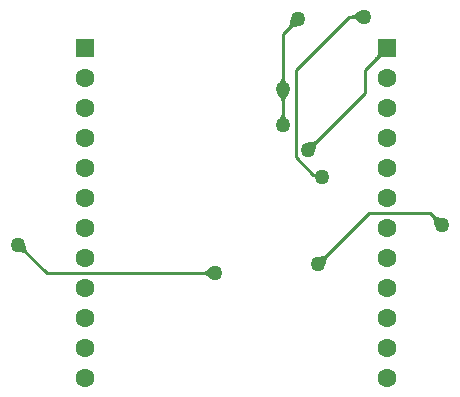
<source format=gbl>
G04*
G04 #@! TF.GenerationSoftware,Altium Limited,Altium Designer,22.2.1 (43)*
G04*
G04 Layer_Physical_Order=2*
G04 Layer_Color=16711680*
%FSLAX25Y25*%
%MOIN*%
G70*
G04*
G04 #@! TF.SameCoordinates,2AA56CA8-B71A-46B7-BD27-B25D333C2BD2*
G04*
G04*
G04 #@! TF.FilePolarity,Positive*
G04*
G01*
G75*
%ADD13C,0.01000*%
%ADD24C,0.06299*%
%ADD25R,0.06299X0.06299*%
%ADD26C,0.05000*%
G36*
X22339Y49954D02*
X22196Y50080D01*
X22030Y50192D01*
X21843Y50291D01*
X21634Y50376D01*
X21404Y50447D01*
X21151Y50505D01*
X20877Y50549D01*
X20582Y50580D01*
X19925Y50600D01*
X22400Y53075D01*
X22403Y52736D01*
X22451Y52123D01*
X22495Y51849D01*
X22553Y51596D01*
X22624Y51366D01*
X22709Y51157D01*
X22808Y50970D01*
X22920Y50805D01*
X23046Y50661D01*
X22339Y49954D01*
D02*
G37*
G36*
X81551Y44100D02*
X81741Y44113D01*
X81937Y44150D01*
X82140Y44212D01*
X82347Y44300D01*
X82561Y44412D01*
X82780Y44550D01*
X83005Y44712D01*
X83236Y44900D01*
X83715Y45350D01*
Y41850D01*
X83473Y42088D01*
X83005Y42487D01*
X82780Y42650D01*
X82561Y42788D01*
X82347Y42900D01*
X82140Y42987D01*
X81937Y43050D01*
X81741Y43088D01*
X81551Y43100D01*
Y44100D01*
D02*
G37*
G36*
X108600Y96802D02*
X108613Y96611D01*
X108650Y96415D01*
X108712Y96212D01*
X108800Y96005D01*
X108913Y95791D01*
X109050Y95572D01*
X109213Y95347D01*
X109400Y95116D01*
X109850Y94637D01*
X106350D01*
X106588Y94880D01*
X106988Y95347D01*
X107150Y95572D01*
X107288Y95791D01*
X107400Y96005D01*
X107487Y96212D01*
X107550Y96415D01*
X107588Y96611D01*
X107600Y96802D01*
X108600D01*
D02*
G37*
G36*
X107600Y100902D02*
X107588Y101093D01*
X107550Y101289D01*
X107487Y101492D01*
X107400Y101699D01*
X107288Y101913D01*
X107150Y102132D01*
X106988Y102357D01*
X106800Y102588D01*
X106350Y103067D01*
X109850D01*
X109613Y102824D01*
X109213Y102357D01*
X109050Y102132D01*
X108913Y101913D01*
X108800Y101699D01*
X108712Y101492D01*
X108650Y101289D01*
X108613Y101093D01*
X108600Y100902D01*
X107600D01*
D02*
G37*
G36*
X108600Y108801D02*
X108613Y108611D01*
X108650Y108414D01*
X108712Y108212D01*
X108800Y108005D01*
X108913Y107791D01*
X109050Y107572D01*
X109213Y107347D01*
X109400Y107116D01*
X109850Y106637D01*
X106350D01*
X106588Y106879D01*
X106988Y107347D01*
X107150Y107572D01*
X107288Y107791D01*
X107400Y108005D01*
X107487Y108212D01*
X107550Y108414D01*
X107588Y108611D01*
X107600Y108801D01*
X108600D01*
D02*
G37*
G36*
X123046Y49039D02*
X122920Y48895D01*
X122808Y48730D01*
X122709Y48543D01*
X122624Y48334D01*
X122553Y48104D01*
X122495Y47851D01*
X122451Y47577D01*
X122420Y47282D01*
X122400Y46625D01*
X119925Y49100D01*
X120264Y49103D01*
X120877Y49151D01*
X121151Y49195D01*
X121404Y49253D01*
X121634Y49324D01*
X121843Y49409D01*
X122030Y49508D01*
X122195Y49620D01*
X122339Y49746D01*
X123046Y49039D01*
D02*
G37*
G36*
X119546Y87139D02*
X119420Y86996D01*
X119308Y86830D01*
X119209Y86643D01*
X119124Y86434D01*
X119053Y86204D01*
X118995Y85951D01*
X118951Y85677D01*
X118920Y85382D01*
X118900Y84725D01*
X116425Y87200D01*
X116764Y87203D01*
X117377Y87251D01*
X117651Y87295D01*
X117904Y87353D01*
X118134Y87424D01*
X118343Y87509D01*
X118530Y87608D01*
X118695Y87720D01*
X118839Y87846D01*
X119546Y87139D01*
D02*
G37*
G36*
X158561Y62746D02*
X158704Y62620D01*
X158870Y62508D01*
X159057Y62409D01*
X159266Y62324D01*
X159496Y62253D01*
X159749Y62195D01*
X160023Y62151D01*
X160318Y62120D01*
X160975Y62100D01*
X158500Y59625D01*
X158497Y59964D01*
X158449Y60577D01*
X158405Y60851D01*
X158347Y61104D01*
X158276Y61334D01*
X158191Y61543D01*
X158092Y61730D01*
X157980Y61896D01*
X157854Y62039D01*
X158561Y62746D01*
D02*
G37*
G36*
X109854Y125761D02*
X109980Y125905D01*
X110092Y126070D01*
X110191Y126257D01*
X110276Y126466D01*
X110347Y126696D01*
X110405Y126949D01*
X110449Y127223D01*
X110480Y127518D01*
X110500Y128175D01*
X112975Y125700D01*
X112636Y125697D01*
X112023Y125649D01*
X111749Y125605D01*
X111496Y125547D01*
X111266Y125476D01*
X111057Y125391D01*
X110870Y125292D01*
X110705Y125180D01*
X110561Y125054D01*
X109854Y125761D01*
D02*
G37*
G36*
X131051Y129600D02*
X131241Y129613D01*
X131438Y129650D01*
X131640Y129712D01*
X131847Y129800D01*
X132061Y129912D01*
X132280Y130050D01*
X132505Y130212D01*
X132736Y130400D01*
X133215Y130850D01*
Y127350D01*
X132973Y127587D01*
X132505Y127988D01*
X132280Y128150D01*
X132061Y128287D01*
X131847Y128400D01*
X131640Y128488D01*
X131438Y128550D01*
X131241Y128587D01*
X131051Y128600D01*
Y129600D01*
D02*
G37*
G36*
X138900Y115482D02*
X139098Y115687D01*
X139409Y116055D01*
X139522Y116217D01*
X139607Y116366D01*
X139664Y116500D01*
X139692Y116620D01*
Y116727D01*
X139664Y116818D01*
X139607Y116896D01*
X141021Y115482D01*
X140944Y115539D01*
X140852Y115567D01*
X140746D01*
X140625Y115539D01*
X140491Y115482D01*
X140343Y115397D01*
X140180Y115284D01*
X140003Y115143D01*
X139607Y114775D01*
X138900Y115482D01*
D02*
G37*
D13*
X130200Y129100D02*
X135000D01*
X112400Y111300D02*
X130200Y129100D01*
X118235Y76365D02*
X120235D01*
X121000Y75600D01*
X112400Y82200D02*
X118235Y76365D01*
X112400Y82200D02*
Y111300D01*
X29400Y43600D02*
X85500D01*
X19900Y53100D02*
X29400Y43600D01*
X119900Y46600D02*
X136900Y63600D01*
X157000D01*
X161000Y59600D01*
X108100Y123300D02*
X113000Y128200D01*
X108100Y104852D02*
Y123300D01*
Y92852D02*
Y104852D01*
X116400Y84700D02*
X135300Y103600D01*
Y111175D01*
X142745Y118620D01*
D24*
Y8620D02*
D03*
Y18620D02*
D03*
Y28620D02*
D03*
Y48620D02*
D03*
Y58620D02*
D03*
Y78620D02*
D03*
Y98620D02*
D03*
Y108620D02*
D03*
Y88620D02*
D03*
Y68620D02*
D03*
Y38620D02*
D03*
X41945D02*
D03*
Y68620D02*
D03*
Y88620D02*
D03*
Y108620D02*
D03*
Y98620D02*
D03*
Y78620D02*
D03*
Y58620D02*
D03*
Y48620D02*
D03*
Y28620D02*
D03*
Y18620D02*
D03*
Y8620D02*
D03*
D25*
X142745Y118620D02*
D03*
X41945D02*
D03*
D26*
X135000Y129100D02*
D03*
X121000Y75600D02*
D03*
X85500Y43600D02*
D03*
X19900Y53100D02*
D03*
X119900Y46600D02*
D03*
X161000Y59600D02*
D03*
X113000Y128200D02*
D03*
X108100Y104852D02*
D03*
Y92852D02*
D03*
X116400Y84700D02*
D03*
M02*

</source>
